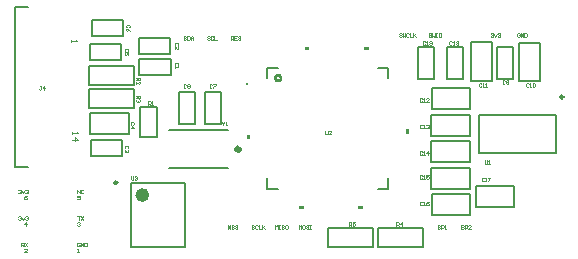
<source format=gto>
G04*
G04 #@! TF.GenerationSoftware,Altium Limited,Altium Designer,19.1.5 (86)*
G04*
G04 Layer_Color=65535*
%FSLAX25Y25*%
%MOIN*%
G70*
G01*
G75*
%ADD10C,0.01000*%
%ADD11C,0.00984*%
%ADD12C,0.00600*%
%ADD13C,0.02362*%
%ADD14C,0.01575*%
%ADD15C,0.00787*%
%ADD16C,0.00315*%
%ADD17C,0.00394*%
G36*
X98024Y20272D02*
X96524D01*
Y19272D01*
X98024D01*
Y20272D01*
D02*
G37*
G36*
X80144Y44057D02*
X79144D01*
Y42557D01*
X80144D01*
Y44057D01*
D02*
G37*
G36*
X99992Y72248D02*
X98492D01*
Y73248D01*
X99992D01*
Y72248D01*
D02*
G37*
G36*
X117709Y20272D02*
X116209D01*
Y19272D01*
X117709D01*
Y20272D01*
D02*
G37*
G36*
X132120Y46026D02*
X133120D01*
Y44526D01*
X132120D01*
Y46026D01*
D02*
G37*
G36*
X119677Y72248D02*
X118177D01*
Y73248D01*
X119677D01*
Y72248D01*
D02*
G37*
D10*
X90551Y62992D02*
G03*
X90551Y62992I-984J0D01*
G01*
D11*
X184646Y56693D02*
G03*
X184646Y56693I-492J0D01*
G01*
X35925Y28189D02*
G03*
X35925Y28189I-492J0D01*
G01*
D12*
X79460Y61024D02*
G03*
X79460Y61024I-300J0D01*
G01*
X26575Y67152D02*
X41535D01*
Y60853D02*
Y67152D01*
X26575Y60853D02*
X41535D01*
X26575D02*
Y67152D01*
X122861Y6693D02*
X137821D01*
X122861D02*
Y12992D01*
X137821D01*
Y6693D02*
Y12992D01*
X106299D02*
X121260D01*
Y6693D02*
Y12992D01*
X106299Y6693D02*
X121260D01*
X106299D02*
Y12992D01*
X85932Y26060D02*
X89461D01*
X126332D02*
Y29589D01*
X122803Y66460D02*
X126332D01*
X85932Y62931D02*
Y66460D01*
Y26060D02*
Y29589D01*
X122803Y26060D02*
X126332D01*
Y62931D02*
Y66460D01*
X85932D02*
X89461D01*
X26575Y59252D02*
X41535D01*
Y52953D02*
Y59252D01*
X26575Y52953D02*
X41535D01*
X26575D02*
Y59252D01*
D13*
X45472Y24035D02*
G03*
X45472Y24035I-1181J0D01*
G01*
D14*
X76772Y39264D02*
G03*
X76772Y39264I-626J0D01*
G01*
D15*
X136102Y62825D02*
X141417D01*
X136102D02*
Y73298D01*
X141417D01*
Y62825D02*
Y73298D01*
X145945Y62825D02*
X151260D01*
X145945D02*
Y73298D01*
X151260D01*
Y62825D02*
Y73298D01*
X153746Y62047D02*
Y74921D01*
X160793D01*
Y62047D02*
Y74921D01*
X153746Y62047D02*
X160793D01*
X162582Y62835D02*
Y73307D01*
Y62835D02*
X167897D01*
Y73307D01*
X162582D02*
X167897D01*
X140787Y59606D02*
X153661D01*
Y52559D02*
Y59606D01*
X140787Y52559D02*
X153661D01*
X140787D02*
Y59606D01*
X140630Y43723D02*
X153504D01*
X140630D02*
Y50771D01*
X153504D01*
Y43723D02*
Y50771D01*
X140630Y34888D02*
X153504D01*
X140630D02*
Y41935D01*
X153504D01*
Y34888D02*
Y41935D01*
X140630Y26052D02*
X153504D01*
X140630D02*
Y33099D01*
X153504D01*
Y26052D02*
Y33099D01*
X140787Y17217D02*
X153661D01*
X140787D02*
Y24264D01*
X153661D01*
Y17217D02*
Y24264D01*
X155450Y27140D02*
X168324D01*
Y20093D02*
Y27140D01*
X155450Y20093D02*
X168324D01*
X155450D02*
Y27140D01*
X182087Y37992D02*
Y50591D01*
X156496Y37992D02*
X182087D01*
X156496D02*
Y50591D01*
X182087D01*
X65276Y47765D02*
Y58238D01*
Y47765D02*
X70591D01*
Y58238D01*
X65276D02*
X70591D01*
X56417Y47765D02*
Y58238D01*
Y47765D02*
X61732D01*
Y58238D01*
X56417D02*
X61732D01*
X40354Y6713D02*
Y27972D01*
X58465Y6713D02*
Y27972D01*
X40354D02*
X58465D01*
X40354Y6713D02*
X58465D01*
X53150Y45669D02*
X72835D01*
X53150Y33071D02*
X72835D01*
X1831Y33366D02*
X6260D01*
X1831Y86713D02*
X6260D01*
X1831Y33366D02*
Y86713D01*
X43140Y71181D02*
X53613D01*
Y76496D01*
X43140D02*
X53613D01*
X43140Y71181D02*
Y76496D01*
X43230Y69393D02*
X53703D01*
X43230Y64078D02*
Y69393D01*
Y64078D02*
X53703D01*
Y69393D01*
X49016Y43219D02*
Y53455D01*
X43504D02*
X49016D01*
X43504Y43219D02*
Y53455D01*
Y43219D02*
X49016D01*
X27096Y42422D02*
X37569D01*
X27096Y37107D02*
Y42422D01*
Y37107D02*
X37569D01*
Y42422D01*
X26860Y44211D02*
X39734D01*
X26860D02*
Y51258D01*
X39734D01*
Y44211D02*
Y51258D01*
X27392Y77087D02*
X37865D01*
Y82402D01*
X27392D02*
X37865D01*
X27392Y77087D02*
Y82402D01*
X26860Y74314D02*
X37332D01*
X26860Y68999D02*
Y74314D01*
Y68999D02*
X37332D01*
Y74314D01*
X169685Y61890D02*
Y74764D01*
X176732D01*
Y61890D02*
Y74764D01*
X169685Y61890D02*
X176732D01*
D16*
X150591Y13976D02*
Y12795D01*
X151181D01*
X151378Y12992D01*
Y13189D01*
X151181Y13386D01*
X150591D01*
X151181D01*
X151378Y13582D01*
Y13779D01*
X151181Y13976D01*
X150591D01*
X151771Y12795D02*
Y13976D01*
X152362D01*
X152558Y13779D01*
Y13386D01*
X152362Y13189D01*
X151771D01*
X153739Y12795D02*
X152952D01*
X153739Y13582D01*
Y13779D01*
X153542Y13976D01*
X153149D01*
X152952Y13779D01*
X142717Y13976D02*
Y12795D01*
X143307D01*
X143504Y12992D01*
Y13189D01*
X143307Y13386D01*
X142717D01*
X143307D01*
X143504Y13582D01*
Y13779D01*
X143307Y13976D01*
X142717D01*
X143897Y12795D02*
Y13976D01*
X144488D01*
X144684Y13779D01*
Y13386D01*
X144488Y13189D01*
X143897D01*
X145078Y12795D02*
X145472D01*
X145275D01*
Y13976D01*
X145078Y13779D01*
X140551Y77756D02*
X140354Y77952D01*
X139961D01*
X139764Y77756D01*
Y77559D01*
X139961Y77362D01*
X140354D01*
X140551Y77165D01*
Y76968D01*
X140354Y76772D01*
X139961D01*
X139764Y76968D01*
X140945Y77952D02*
Y76772D01*
X141338Y77165D01*
X141732Y76772D01*
Y77952D01*
X142125D02*
X142519D01*
X142322D01*
Y76772D01*
X142125D01*
X142519D01*
X143700Y77952D02*
X143306D01*
X143109Y77756D01*
Y76968D01*
X143306Y76772D01*
X143700D01*
X143896Y76968D01*
Y77756D01*
X143700Y77952D01*
X130708Y77756D02*
X130512Y77952D01*
X130118D01*
X129921Y77756D01*
Y77559D01*
X130118Y77362D01*
X130512D01*
X130708Y77165D01*
Y76968D01*
X130512Y76772D01*
X130118D01*
X129921Y76968D01*
X131102Y77952D02*
Y76772D01*
X131496Y77165D01*
X131889Y76772D01*
Y77952D01*
X133070Y77756D02*
X132873Y77952D01*
X132480D01*
X132283Y77756D01*
Y76968D01*
X132480Y76772D01*
X132873D01*
X133070Y76968D01*
X133463Y77952D02*
Y76772D01*
X134251D01*
X134644Y77952D02*
Y76772D01*
Y77165D01*
X135431Y77952D01*
X134841Y77362D01*
X135431Y76772D01*
X170079Y77756D02*
X169882Y77952D01*
X169488D01*
X169291Y77756D01*
Y76968D01*
X169488Y76772D01*
X169882D01*
X170079Y76968D01*
Y77362D01*
X169685D01*
X170472Y76772D02*
Y77952D01*
X171259Y76772D01*
Y77952D01*
X171653D02*
Y76772D01*
X172243D01*
X172440Y76968D01*
Y77756D01*
X172243Y77952D01*
X171653D01*
X160433Y77756D02*
X160630Y77952D01*
X161023D01*
X161220Y77756D01*
Y77559D01*
X161023Y77362D01*
X160827D01*
X161023D01*
X161220Y77165D01*
Y76968D01*
X161023Y76772D01*
X160630D01*
X160433Y76968D01*
X161614Y77559D02*
X162007Y76772D01*
X162401Y77559D01*
X162794Y77756D02*
X162991Y77952D01*
X163385D01*
X163582Y77756D01*
Y77559D01*
X163385Y77362D01*
X163188D01*
X163385D01*
X163582Y77165D01*
Y76968D01*
X163385Y76772D01*
X162991D01*
X162794Y76968D01*
X73819Y75787D02*
Y76968D01*
X74409D01*
X74606Y76771D01*
Y76378D01*
X74409Y76181D01*
X73819D01*
X74212D02*
X74606Y75787D01*
X75787Y76968D02*
X75000D01*
Y75787D01*
X75787D01*
X75000Y76378D02*
X75393D01*
X76968Y76771D02*
X76771Y76968D01*
X76377D01*
X76180Y76771D01*
Y76574D01*
X76377Y76378D01*
X76771D01*
X76968Y76181D01*
Y75984D01*
X76771Y75787D01*
X76377D01*
X76180Y75984D01*
X58858Y76771D02*
X58661Y76968D01*
X58268D01*
X58071Y76771D01*
Y76574D01*
X58268Y76378D01*
X58661D01*
X58858Y76181D01*
Y75984D01*
X58661Y75787D01*
X58268D01*
X58071Y75984D01*
X59252Y76968D02*
Y75787D01*
X59842D01*
X60039Y75984D01*
Y76771D01*
X59842Y76968D01*
X59252D01*
X60432Y75787D02*
Y76574D01*
X60826Y76968D01*
X61220Y76574D01*
Y75787D01*
Y76378D01*
X60432D01*
X66732Y76771D02*
X66535Y76968D01*
X66142D01*
X65945Y76771D01*
Y76574D01*
X66142Y76378D01*
X66535D01*
X66732Y76181D01*
Y75984D01*
X66535Y75787D01*
X66142D01*
X65945Y75984D01*
X67913Y76771D02*
X67716Y76968D01*
X67322D01*
X67126Y76771D01*
Y75984D01*
X67322Y75787D01*
X67716D01*
X67913Y75984D01*
X68306Y76968D02*
Y75787D01*
X69094D01*
X23425Y23819D02*
X22638D01*
Y23228D01*
X23031Y23425D01*
X23228D01*
X23425Y23228D01*
Y22835D01*
X23228Y22638D01*
X22835D01*
X22638Y22835D01*
Y14763D02*
X22835Y14960D01*
X23228D01*
X23425Y14763D01*
Y14567D01*
X23228Y14370D01*
X23031D01*
X23228D01*
X23425Y14173D01*
Y13976D01*
X23228Y13780D01*
X22835D01*
X22638Y13976D01*
Y4921D02*
X23031D01*
X22835D01*
Y6102D01*
X22638Y5905D01*
X5708Y4921D02*
X4921D01*
X5708Y5708D01*
Y5905D01*
X5512Y6102D01*
X5118D01*
X4921Y5905D01*
X5512Y13780D02*
Y14960D01*
X4921Y14370D01*
X5708D01*
Y23819D02*
X5315Y23622D01*
X4921Y23228D01*
Y22835D01*
X5118Y22638D01*
X5512D01*
X5708Y22835D01*
Y23031D01*
X5512Y23228D01*
X4921D01*
X22638Y24606D02*
Y25787D01*
X23425Y24606D01*
Y25787D01*
X24606Y25590D02*
X24409Y25787D01*
X24015D01*
X23819Y25590D01*
Y24803D01*
X24015Y24606D01*
X24409D01*
X24606Y24803D01*
X22638Y16929D02*
X23425D01*
X23031D01*
Y15748D01*
X23819Y16929D02*
X24606Y15748D01*
Y16929D02*
X23819Y15748D01*
X23425Y7874D02*
X23228Y8071D01*
X22835D01*
X22638Y7874D01*
Y7086D01*
X22835Y6890D01*
X23228D01*
X23425Y7086D01*
Y7480D01*
X23031D01*
X23819Y6890D02*
Y8071D01*
X24606Y6890D01*
Y8071D01*
X24999D02*
Y6890D01*
X25590D01*
X25786Y7086D01*
Y7874D01*
X25590Y8071D01*
X24999D01*
X3937Y6890D02*
Y8071D01*
X4527D01*
X4724Y7874D01*
Y7480D01*
X4527Y7283D01*
X3937D01*
X4331D02*
X4724Y6890D01*
X5118Y8071D02*
X5905Y6890D01*
Y8071D02*
X5118Y6890D01*
X2953Y16732D02*
X3150Y16929D01*
X3543D01*
X3740Y16732D01*
Y16535D01*
X3543Y16338D01*
X3346D01*
X3543D01*
X3740Y16142D01*
Y15945D01*
X3543Y15748D01*
X3150D01*
X2953Y15945D01*
X4134Y16535D02*
X4527Y15748D01*
X4921Y16535D01*
X5314Y16732D02*
X5511Y16929D01*
X5905D01*
X6101Y16732D01*
Y16535D01*
X5905Y16338D01*
X5708D01*
X5905D01*
X6101Y16142D01*
Y15945D01*
X5905Y15748D01*
X5511D01*
X5314Y15945D01*
X2953Y25590D02*
X3150Y25787D01*
X3543D01*
X3740Y25590D01*
Y25393D01*
X3543Y25197D01*
X3346D01*
X3543D01*
X3740Y25000D01*
Y24803D01*
X3543Y24606D01*
X3150D01*
X2953Y24803D01*
X4134Y25393D02*
X4527Y24606D01*
X4921Y25393D01*
X5314Y25590D02*
X5511Y25787D01*
X5905D01*
X6101Y25590D01*
Y25393D01*
X5905Y25197D01*
X5708D01*
X5905D01*
X6101Y25000D01*
Y24803D01*
X5905Y24606D01*
X5511D01*
X5314Y24803D01*
X96457Y12795D02*
Y13976D01*
X96850Y13582D01*
X97244Y13976D01*
Y12795D01*
X98228Y13976D02*
X97834D01*
X97637Y13779D01*
Y12992D01*
X97834Y12795D01*
X98228D01*
X98425Y12992D01*
Y13779D01*
X98228Y13976D01*
X99605Y13779D02*
X99409Y13976D01*
X99015D01*
X98818Y13779D01*
Y13582D01*
X99015Y13386D01*
X99409D01*
X99605Y13189D01*
Y12992D01*
X99409Y12795D01*
X99015D01*
X98818Y12992D01*
X99999Y13976D02*
X100392D01*
X100196D01*
Y12795D01*
X99999D01*
X100392D01*
X81496Y13779D02*
X81299Y13976D01*
X80905D01*
X80709Y13779D01*
Y13582D01*
X80905Y13386D01*
X81299D01*
X81496Y13189D01*
Y12992D01*
X81299Y12795D01*
X80905D01*
X80709Y12992D01*
X82677Y13779D02*
X82480Y13976D01*
X82086D01*
X81889Y13779D01*
Y12992D01*
X82086Y12795D01*
X82480D01*
X82677Y12992D01*
X83070Y13976D02*
Y12795D01*
X83857D01*
X84251Y13976D02*
Y12795D01*
Y13189D01*
X85038Y13976D01*
X84448Y13386D01*
X85038Y12795D01*
X88583D02*
Y13976D01*
X88976Y13582D01*
X89370Y13976D01*
Y12795D01*
X89763Y13976D02*
X90157D01*
X89960D01*
Y12795D01*
X89763D01*
X90157D01*
X91535Y13779D02*
X91338Y13976D01*
X90944D01*
X90747Y13779D01*
Y13582D01*
X90944Y13386D01*
X91338D01*
X91535Y13189D01*
Y12992D01*
X91338Y12795D01*
X90944D01*
X90747Y12992D01*
X92518Y13976D02*
X92125D01*
X91928Y13779D01*
Y12992D01*
X92125Y12795D01*
X92518D01*
X92715Y12992D01*
Y13779D01*
X92518Y13976D01*
X72835Y12795D02*
Y13976D01*
X73622Y12795D01*
Y13976D01*
X74803Y13779D02*
X74606Y13976D01*
X74212D01*
X74015Y13779D01*
Y13582D01*
X74212Y13386D01*
X74606D01*
X74803Y13189D01*
Y12992D01*
X74606Y12795D01*
X74212D01*
X74015Y12992D01*
X75983Y13779D02*
X75787Y13976D01*
X75393D01*
X75196Y13779D01*
Y13582D01*
X75393Y13386D01*
X75787D01*
X75983Y13189D01*
Y12992D01*
X75787Y12795D01*
X75393D01*
X75196Y12992D01*
X138582Y75108D02*
X138386Y75305D01*
X137992D01*
X137795Y75108D01*
Y74321D01*
X137992Y74124D01*
X138386D01*
X138582Y74321D01*
X138976Y74124D02*
X139370D01*
X139173D01*
Y75305D01*
X138976Y75108D01*
X139960Y74321D02*
X140157Y74124D01*
X140550D01*
X140747Y74321D01*
Y75108D01*
X140550Y75305D01*
X140157D01*
X139960Y75108D01*
Y74911D01*
X140157Y74715D01*
X140747D01*
X147441Y75108D02*
X147244Y75305D01*
X146850D01*
X146653Y75108D01*
Y74321D01*
X146850Y74124D01*
X147244D01*
X147441Y74321D01*
X147834Y74124D02*
X148228D01*
X148031D01*
Y75305D01*
X147834Y75108D01*
X148818D02*
X149015Y75305D01*
X149409D01*
X149605Y75108D01*
Y74911D01*
X149409Y74715D01*
X149605Y74518D01*
Y74321D01*
X149409Y74124D01*
X149015D01*
X148818Y74321D01*
Y74518D01*
X149015Y74715D01*
X148818Y74911D01*
Y75108D01*
X149015Y74715D02*
X149409D01*
X42323Y62992D02*
X43504D01*
Y62402D01*
X43307Y62205D01*
X42913D01*
X42716Y62402D01*
Y62992D01*
Y62599D02*
X42323Y62205D01*
Y61024D02*
Y61811D01*
X43110Y61024D01*
X43307D01*
X43504Y61221D01*
Y61615D01*
X43307Y61811D01*
X70866Y48425D02*
Y48228D01*
X71260Y47834D01*
X71653Y48228D01*
Y48425D01*
X71260Y47834D02*
Y47244D01*
X72047D02*
X72440D01*
X72244D01*
Y48425D01*
X72047Y48228D01*
X158465Y35629D02*
Y34646D01*
X158661Y34449D01*
X159055D01*
X159252Y34646D01*
Y35629D01*
X159645Y34449D02*
X160039D01*
X159842D01*
Y35629D01*
X159645Y35433D01*
X173031Y61023D02*
X172834Y61220D01*
X172441D01*
X172244Y61023D01*
Y60236D01*
X172441Y60039D01*
X172834D01*
X173031Y60236D01*
X173425Y60039D02*
X173818D01*
X173622D01*
Y61220D01*
X173425Y61023D01*
X174409D02*
X174606Y61220D01*
X174999D01*
X175196Y61023D01*
Y60236D01*
X174999Y60039D01*
X174606D01*
X174409Y60236D01*
Y61023D01*
X157283D02*
X157086Y61220D01*
X156693D01*
X156496Y61023D01*
Y60236D01*
X156693Y60039D01*
X157086D01*
X157283Y60236D01*
X157677Y60039D02*
X158070D01*
X157874D01*
Y61220D01*
X157677Y61023D01*
X158661Y60039D02*
X159054D01*
X158858D01*
Y61220D01*
X158661Y61023D01*
X165157Y62008D02*
X164960Y62204D01*
X164567D01*
X164370Y62008D01*
Y61220D01*
X164567Y61024D01*
X164960D01*
X165157Y61220D01*
X165551D02*
X165748Y61024D01*
X166141D01*
X166338Y61220D01*
Y62008D01*
X166141Y62204D01*
X165748D01*
X165551Y62008D01*
Y61811D01*
X165748Y61614D01*
X166338D01*
X137598Y21653D02*
X137401Y21850D01*
X137008D01*
X136811Y21653D01*
Y20866D01*
X137008Y20669D01*
X137401D01*
X137598Y20866D01*
X137992Y20669D02*
X138385D01*
X138189D01*
Y21850D01*
X137992Y21653D01*
X139763Y21850D02*
X139369Y21653D01*
X138976Y21260D01*
Y20866D01*
X139172Y20669D01*
X139566D01*
X139763Y20866D01*
Y21063D01*
X139566Y21260D01*
X138976D01*
X137598Y56102D02*
X137401Y56299D01*
X137008D01*
X136811Y56102D01*
Y55315D01*
X137008Y55118D01*
X137401D01*
X137598Y55315D01*
X137992Y55118D02*
X138385D01*
X138189D01*
Y56299D01*
X137992Y56102D01*
X139763Y55118D02*
X138976D01*
X139763Y55905D01*
Y56102D01*
X139566Y56299D01*
X139172D01*
X138976Y56102D01*
X58858Y60718D02*
X58661Y60915D01*
X58268D01*
X58071Y60718D01*
Y59931D01*
X58268Y59734D01*
X58661D01*
X58858Y59931D01*
X59252Y60718D02*
X59448Y60915D01*
X59842D01*
X60039Y60718D01*
Y60521D01*
X59842Y60324D01*
X60039Y60127D01*
Y59931D01*
X59842Y59734D01*
X59448D01*
X59252Y59931D01*
Y60127D01*
X59448Y60324D01*
X59252Y60521D01*
Y60718D01*
X59448Y60324D02*
X59842D01*
X158166Y29542D02*
X157969Y29739D01*
X157576D01*
X157379Y29542D01*
Y28755D01*
X157576Y28558D01*
X157969D01*
X158166Y28755D01*
X158560Y28558D02*
X158953D01*
X158756D01*
Y29739D01*
X158560Y29542D01*
X159544Y29739D02*
X160331D01*
Y29542D01*
X159544Y28755D01*
Y28558D01*
X67503Y60718D02*
X67306Y60915D01*
X66912D01*
X66716Y60718D01*
Y59931D01*
X66912Y59734D01*
X67306D01*
X67503Y59931D01*
X67896Y60915D02*
X68683D01*
Y60718D01*
X67896Y59931D01*
Y59734D01*
X137598Y38385D02*
X137401Y38582D01*
X137008D01*
X136811Y38385D01*
Y37598D01*
X137008Y37402D01*
X137401D01*
X137598Y37598D01*
X137992Y37402D02*
X138385D01*
X138189D01*
Y38582D01*
X137992Y38385D01*
X139566Y37402D02*
Y38582D01*
X138976Y37992D01*
X139763D01*
X137598Y47244D02*
X137401Y47441D01*
X137008D01*
X136811Y47244D01*
Y46457D01*
X137008Y46260D01*
X137401D01*
X137598Y46457D01*
X137992Y46260D02*
X138385D01*
X138189D01*
Y47441D01*
X137992Y47244D01*
X138976D02*
X139172Y47441D01*
X139566D01*
X139763Y47244D01*
Y47047D01*
X139566Y46850D01*
X139369D01*
X139566D01*
X139763Y46653D01*
Y46457D01*
X139566Y46260D01*
X139172D01*
X138976Y46457D01*
X137598Y30512D02*
X137401Y30708D01*
X137008D01*
X136811Y30512D01*
Y29724D01*
X137008Y29528D01*
X137401D01*
X137598Y29724D01*
X137992Y29528D02*
X138385D01*
X138189D01*
Y30708D01*
X137992Y30512D01*
X139763Y30708D02*
X138976D01*
Y30118D01*
X139369Y30315D01*
X139566D01*
X139763Y30118D01*
Y29724D01*
X139566Y29528D01*
X139172D01*
X138976Y29724D01*
X40551Y30334D02*
Y29350D01*
X40748Y29154D01*
X41142D01*
X41338Y29350D01*
Y30334D01*
X41732Y30138D02*
X41929Y30334D01*
X42322D01*
X42519Y30138D01*
Y29941D01*
X42322Y29744D01*
X42125D01*
X42322D01*
X42519Y29547D01*
Y29350D01*
X42322Y29154D01*
X41929D01*
X41732Y29350D01*
X105315Y45472D02*
Y44488D01*
X105512Y44291D01*
X105905D01*
X106102Y44488D01*
Y45472D01*
X107283Y44291D02*
X106496D01*
X107283Y45079D01*
Y45275D01*
X107086Y45472D01*
X106693D01*
X106496Y45275D01*
X113215Y13780D02*
Y14960D01*
X113805D01*
X114002Y14763D01*
Y14370D01*
X113805Y14173D01*
X113215D01*
X113609D02*
X114002Y13780D01*
X115183Y14960D02*
X114396D01*
Y14370D01*
X114789Y14567D01*
X114986D01*
X115183Y14370D01*
Y13976D01*
X114986Y13780D01*
X114593D01*
X114396Y13976D01*
X128963Y13780D02*
Y14960D01*
X129554D01*
X129750Y14763D01*
Y14370D01*
X129554Y14173D01*
X128963D01*
X129357D02*
X129750Y13780D01*
X130734D02*
Y14960D01*
X130144Y14370D01*
X130931D01*
X42323Y57087D02*
X43504D01*
Y56496D01*
X43307Y56300D01*
X42913D01*
X42716Y56496D01*
Y57087D01*
Y56693D02*
X42323Y56300D01*
X43307Y55906D02*
X43504Y55709D01*
Y55316D01*
X43307Y55119D01*
X43110D01*
X42913Y55316D01*
Y55512D01*
Y55316D01*
X42716Y55119D01*
X42520D01*
X42323Y55316D01*
Y55709D01*
X42520Y55906D01*
X46260Y54134D02*
Y55315D01*
X46850D01*
X47047Y55118D01*
Y54724D01*
X46850Y54527D01*
X46260D01*
X46653D02*
X47047Y54134D01*
X47441D02*
X47834D01*
X47637D01*
Y55315D01*
X47441Y55118D01*
X10630Y60236D02*
X10236D01*
X10433D01*
Y59252D01*
X10236Y59055D01*
X10039D01*
X9843Y59252D01*
X11614Y59055D02*
Y60236D01*
X11023Y59645D01*
X11810D01*
X39902Y79922D02*
X40099Y80118D01*
Y80512D01*
X39902Y80709D01*
X39115D01*
X38918Y80512D01*
Y80118D01*
X39115Y79922D01*
X40099Y78741D02*
X39902Y79134D01*
X39509Y79528D01*
X39115D01*
X38918Y79331D01*
Y78938D01*
X39115Y78741D01*
X39312D01*
X39509Y78938D01*
Y79528D01*
X39370Y72048D02*
X39567Y72244D01*
Y72638D01*
X39370Y72835D01*
X38583D01*
X38386Y72638D01*
Y72244D01*
X38583Y72048D01*
X39567Y70867D02*
Y71654D01*
X38976D01*
X39173Y71260D01*
Y71064D01*
X38976Y70867D01*
X38583D01*
X38386Y71064D01*
Y71457D01*
X38583Y71654D01*
X41338Y47441D02*
X41535Y47638D01*
Y48031D01*
X41338Y48228D01*
X40551D01*
X40354Y48031D01*
Y47638D01*
X40551Y47441D01*
X40354Y46457D02*
X41535D01*
X40945Y47048D01*
Y46260D01*
X39370Y39567D02*
X39567Y39764D01*
Y40157D01*
X39370Y40354D01*
X38583D01*
X38386Y40157D01*
Y39764D01*
X38583Y39567D01*
X39370Y39174D02*
X39567Y38977D01*
Y38583D01*
X39370Y38386D01*
X39173D01*
X38976Y38583D01*
Y38780D01*
Y38583D01*
X38779Y38386D01*
X38583D01*
X38386Y38583D01*
Y38977D01*
X38583Y39174D01*
X56102Y74016D02*
X56299Y74213D01*
Y74606D01*
X56102Y74803D01*
X55315D01*
X55118Y74606D01*
Y74213D01*
X55315Y74016D01*
X55118Y72835D02*
Y73622D01*
X55905Y72835D01*
X56102D01*
X56299Y73032D01*
Y73426D01*
X56102Y73622D01*
Y67126D02*
X56299Y67323D01*
Y67717D01*
X56102Y67913D01*
X55315D01*
X55118Y67717D01*
Y67323D01*
X55315Y67126D01*
X55118Y66733D02*
Y66339D01*
Y66536D01*
X56299D01*
X56102Y66733D01*
D17*
X20669Y75787D02*
Y75131D01*
Y75459D01*
X22637D01*
X22309Y75787D01*
X20866Y45079D02*
Y44423D01*
Y44751D01*
X22834D01*
X22506Y45079D01*
X20866Y42455D02*
X22834D01*
X21850Y43439D01*
Y42127D01*
M02*

</source>
